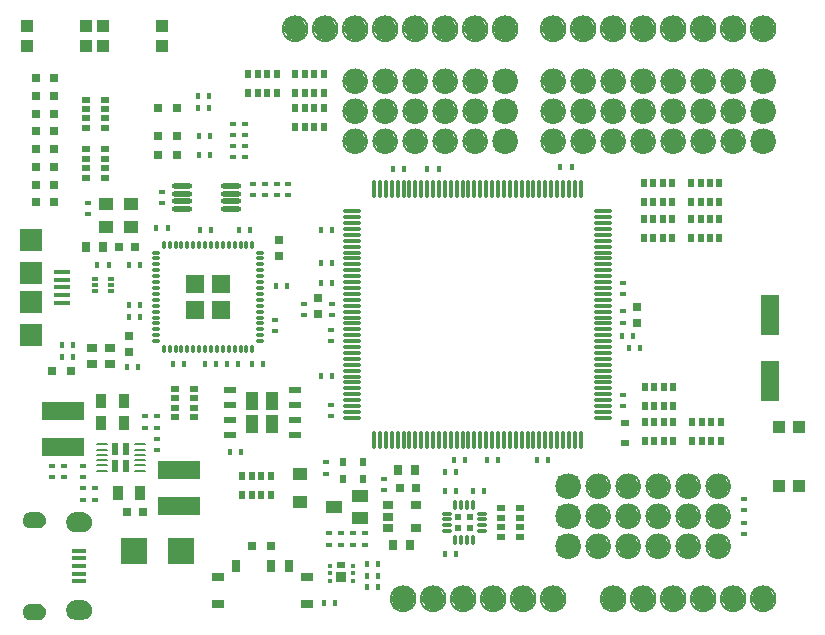
<source format=gtp>
G04*
G04 #@! TF.GenerationSoftware,Altium Limited,Altium Designer,18.0.12 (696)*
G04*
G04 Layer_Color=8421504*
%FSLAX44Y44*%
%MOMM*%
G71*
G01*
G75*
%ADD13C,0.2000*%
%ADD20C,1.0000*%
%ADD21C,1.1000*%
%ADD22R,0.5000X1.0000*%
%ADD23R,0.5000X1.0000*%
%ADD24R,1.7000X1.7000*%
%ADD25R,0.6000X0.6000*%
%ADD26R,1.5000X1.5000*%
%ADD27R,1.1000X1.5000*%
%ADD28R,2.2000X2.2000*%
%ADD29R,0.4500X0.5000*%
%ADD30O,0.3000X1.6500*%
%ADD31O,1.6500X0.3000*%
G04:AMPARAMS|DCode=32|XSize=0.25mm|YSize=1mm|CornerRadius=0.0625mm|HoleSize=0mm|Usage=FLASHONLY|Rotation=90.000|XOffset=0mm|YOffset=0mm|HoleType=Round|Shape=RoundedRectangle|*
%AMROUNDEDRECTD32*
21,1,0.2500,0.8750,0,0,90.0*
21,1,0.1250,1.0000,0,0,90.0*
1,1,0.1250,0.4375,0.0625*
1,1,0.1250,0.4375,-0.0625*
1,1,0.1250,-0.4375,-0.0625*
1,1,0.1250,-0.4375,0.0625*
%
%ADD32ROUNDEDRECTD32*%
%ADD33R,1.0000X1.0000*%
%ADD34R,0.7000X1.1000*%
%ADD35R,1.0000X0.8000*%
%ADD36R,0.8000X0.5000*%
%ADD37R,1.3000X0.4500*%
%ADD38O,0.8000X0.2800*%
%ADD39R,0.8000X0.9000*%
%ADD40R,0.5000X0.4500*%
%ADD41R,3.6000X1.5000*%
%ADD42R,1.6000X3.5000*%
%ADD43R,0.9000X1.2500*%
G04:AMPARAMS|DCode=44|XSize=0.28mm|YSize=0.85mm|CornerRadius=0.098mm|HoleSize=0mm|Usage=FLASHONLY|Rotation=0.000|XOffset=0mm|YOffset=0mm|HoleType=Round|Shape=RoundedRectangle|*
%AMROUNDEDRECTD44*
21,1,0.2800,0.6540,0,0,0.0*
21,1,0.0840,0.8500,0,0,0.0*
1,1,0.1960,0.0420,-0.3270*
1,1,0.1960,-0.0420,-0.3270*
1,1,0.1960,-0.0420,0.3270*
1,1,0.1960,0.0420,0.3270*
%
%ADD44ROUNDEDRECTD44*%
G04:AMPARAMS|DCode=45|XSize=0.28mm|YSize=0.85mm|CornerRadius=0.098mm|HoleSize=0mm|Usage=FLASHONLY|Rotation=90.000|XOffset=0mm|YOffset=0mm|HoleType=Round|Shape=RoundedRectangle|*
%AMROUNDEDRECTD45*
21,1,0.2800,0.6540,0,0,90.0*
21,1,0.0840,0.8500,0,0,90.0*
1,1,0.1960,0.3270,0.0420*
1,1,0.1960,0.3270,-0.0420*
1,1,0.1960,-0.3270,-0.0420*
1,1,0.1960,-0.3270,0.0420*
%
%ADD45ROUNDEDRECTD45*%
%ADD46R,0.5000X0.8000*%
%ADD47R,1.0000X1.0000*%
%ADD48R,0.9500X0.9500*%
%ADD49R,0.8000X0.4800*%
%ADD50R,0.4250X0.4000*%
%ADD51R,0.6000X0.7000*%
%ADD52R,0.8000X0.8000*%
%ADD53R,0.8000X0.6500*%
%ADD54R,0.6500X0.8000*%
%ADD55R,0.7000X0.6000*%
%ADD56R,0.9000X0.6500*%
%ADD57R,1.3500X0.4000*%
%ADD58R,1.9000X1.9000*%
%ADD59R,0.9000X0.8000*%
%ADD60R,0.5000X0.3000*%
%ADD61R,1.2000X1.0000*%
%ADD62O,0.2800X0.8000*%
%ADD63O,1.8000X0.4500*%
%ADD64R,1.4000X1.0000*%
G04:AMPARAMS|DCode=65|XSize=0.45mm|YSize=1.05mm|CornerRadius=0.0675mm|HoleSize=0mm|Usage=FLASHONLY|Rotation=90.000|XOffset=0mm|YOffset=0mm|HoleType=Round|Shape=RoundedRectangle|*
%AMROUNDEDRECTD65*
21,1,0.4500,0.9150,0,0,90.0*
21,1,0.3150,1.0500,0,0,90.0*
1,1,0.1350,0.4575,0.1575*
1,1,0.1350,0.4575,-0.1575*
1,1,0.1350,-0.4575,-0.1575*
1,1,0.1350,-0.4575,0.1575*
%
%ADD65ROUNDEDRECTD65*%
G36*
X21250Y21000D02*
X21915D01*
X23219Y20741D01*
X24447Y20232D01*
X25553Y19493D01*
X26493Y18553D01*
X27232Y17447D01*
X27741Y16219D01*
X28000Y14915D01*
Y14250D01*
Y13585D01*
X27741Y12281D01*
X27232Y11053D01*
X26493Y9947D01*
X25553Y9007D01*
X24447Y8268D01*
X23219Y7759D01*
X21915Y7500D01*
X21250D01*
D01*
X14750D01*
X14085D01*
X12781Y7759D01*
X11553Y8268D01*
X10447Y9007D01*
X9507Y9947D01*
X8768Y11053D01*
X8259Y12281D01*
X8000Y13585D01*
Y14250D01*
Y14915D01*
X8259Y16219D01*
X8768Y17447D01*
X9507Y18553D01*
X10447Y19493D01*
X11553Y20232D01*
X12781Y20741D01*
X14085Y21000D01*
X14750D01*
D01*
X21250D01*
D02*
G37*
G36*
X58750Y24000D02*
X59563D01*
X61156Y23683D01*
X62658Y23061D01*
X64009Y22158D01*
X65158Y21009D01*
X66061Y19658D01*
X66683Y18156D01*
X67000Y16563D01*
Y15750D01*
Y14937D01*
X66683Y13344D01*
X66061Y11842D01*
X65158Y10491D01*
X64009Y9342D01*
X62658Y8439D01*
X61156Y7817D01*
X59563Y7500D01*
X58750D01*
D01*
X53250D01*
X52437D01*
X50844Y7817D01*
X49342Y8439D01*
X47991Y9342D01*
X46842Y10491D01*
X45939Y11842D01*
X45317Y13344D01*
X45000Y14937D01*
Y15750D01*
D01*
Y16000D01*
Y16788D01*
X45307Y18333D01*
X45911Y19789D01*
X46786Y21100D01*
X47900Y22214D01*
X49211Y23089D01*
X50666Y23693D01*
X52212Y24000D01*
X53000D01*
D01*
X58750D01*
D02*
G37*
G36*
X23219Y98241D02*
X24447Y97732D01*
X25553Y96993D01*
X26493Y96053D01*
X27232Y94947D01*
X27741Y93719D01*
X28000Y92415D01*
Y91750D01*
Y91085D01*
X27741Y89781D01*
X27232Y88553D01*
X26493Y87447D01*
X25553Y86507D01*
X24447Y85768D01*
X23219Y85259D01*
X21915Y85000D01*
X14085D01*
X12781Y85259D01*
X11553Y85768D01*
X10447Y86507D01*
X9507Y87447D01*
X8768Y88553D01*
X8259Y89781D01*
X8000Y91085D01*
Y91750D01*
Y92415D01*
X8259Y93719D01*
X8768Y94947D01*
X9507Y96053D01*
X10447Y96993D01*
X11553Y97732D01*
X12781Y98241D01*
X14085Y98500D01*
X21915D01*
X23219Y98241D01*
D02*
G37*
G36*
X61156Y98183D02*
X62658Y97561D01*
X64009Y96658D01*
X65158Y95509D01*
X66061Y94158D01*
X66683Y92656D01*
X67000Y91062D01*
Y90250D01*
Y89437D01*
X66683Y87844D01*
X66061Y86342D01*
X65158Y84991D01*
X64009Y83842D01*
X62658Y82939D01*
X61156Y82317D01*
X59563Y82000D01*
X58750D01*
X53250Y82000D01*
X52437Y82000D01*
X50844Y82317D01*
X49342Y82939D01*
X47991Y83842D01*
X46842Y84991D01*
X45939Y86342D01*
X45317Y87844D01*
X45000Y89438D01*
X45000Y90250D01*
X45000Y90500D01*
X45000Y91288D01*
X45308Y92833D01*
X45911Y94289D01*
X46786Y95599D01*
X47900Y96714D01*
X49211Y97589D01*
X50666Y98193D01*
X52212Y98500D01*
X53000D01*
X53000Y98500D01*
X59563D01*
X61156Y98183D01*
D02*
G37*
D13*
X479900Y69850D02*
G03*
X479900Y69850I-10000J0D01*
G01*
X505300D02*
G03*
X505300Y69850I-10000J0D01*
G01*
X530700D02*
G03*
X530700Y69850I-10000J0D01*
G01*
X606900D02*
G03*
X606900Y69850I-10000J0D01*
G01*
X581500D02*
G03*
X581500Y69850I-10000J0D01*
G01*
X556100D02*
G03*
X556100Y69850I-10000J0D01*
G01*
X479900Y95250D02*
G03*
X479900Y95250I-10000J0D01*
G01*
X505300D02*
G03*
X505300Y95250I-10000J0D01*
G01*
X530700D02*
G03*
X530700Y95250I-10000J0D01*
G01*
X606900D02*
G03*
X606900Y95250I-10000J0D01*
G01*
X581500D02*
G03*
X581500Y95250I-10000J0D01*
G01*
X556100D02*
G03*
X556100Y95250I-10000J0D01*
G01*
X568800Y463550D02*
G03*
X568800Y463550I-10000J0D01*
G01*
X543400D02*
G03*
X543400Y463550I-10000J0D01*
G01*
X518000D02*
G03*
X518000Y463550I-10000J0D01*
G01*
X492600D02*
G03*
X492600Y463550I-10000J0D01*
G01*
X467200D02*
G03*
X467200Y463550I-10000J0D01*
G01*
X594200D02*
G03*
X594200Y463550I-10000J0D01*
G01*
X619600D02*
G03*
X619600Y463550I-10000J0D01*
G01*
X645000D02*
G03*
X645000Y463550I-10000J0D01*
G01*
Y438150D02*
G03*
X645000Y438150I-10000J0D01*
G01*
X619600D02*
G03*
X619600Y438150I-10000J0D01*
G01*
X594200D02*
G03*
X594200Y438150I-10000J0D01*
G01*
X467200D02*
G03*
X467200Y438150I-10000J0D01*
G01*
X492600D02*
G03*
X492600Y438150I-10000J0D01*
G01*
X518000D02*
G03*
X518000Y438150I-10000J0D01*
G01*
X543400D02*
G03*
X543400Y438150I-10000J0D01*
G01*
X568800D02*
G03*
X568800Y438150I-10000J0D01*
G01*
X556100Y120650D02*
G03*
X556100Y120650I-10000J0D01*
G01*
X581500D02*
G03*
X581500Y120650I-10000J0D01*
G01*
X606900D02*
G03*
X606900Y120650I-10000J0D01*
G01*
X530700D02*
G03*
X530700Y120650I-10000J0D01*
G01*
X505300D02*
G03*
X505300Y120650I-10000J0D01*
G01*
X479900D02*
G03*
X479900Y120650I-10000J0D01*
G01*
X645000Y412750D02*
G03*
X645000Y412750I-10000J0D01*
G01*
X619600D02*
G03*
X619600Y412750I-10000J0D01*
G01*
X594200D02*
G03*
X594200Y412750I-10000J0D01*
G01*
X467200D02*
G03*
X467200Y412750I-10000J0D01*
G01*
X492600D02*
G03*
X492600Y412750I-10000J0D01*
G01*
X518000D02*
G03*
X518000Y412750I-10000J0D01*
G01*
X543400D02*
G03*
X543400Y412750I-10000J0D01*
G01*
X568800D02*
G03*
X568800Y412750I-10000J0D01*
G01*
X350360D02*
G03*
X350360Y412750I-10000J0D01*
G01*
X324960D02*
G03*
X324960Y412750I-10000J0D01*
G01*
X299560D02*
G03*
X299560Y412750I-10000J0D01*
G01*
X375760D02*
G03*
X375760Y412750I-10000J0D01*
G01*
X401160D02*
G03*
X401160Y412750I-10000J0D01*
G01*
X426560D02*
G03*
X426560Y412750I-10000J0D01*
G01*
Y463550D02*
G03*
X426560Y463550I-10000J0D01*
G01*
X401160D02*
G03*
X401160Y463550I-10000J0D01*
G01*
X375760D02*
G03*
X375760Y463550I-10000J0D01*
G01*
X299560D02*
G03*
X299560Y463550I-10000J0D01*
G01*
X324960D02*
G03*
X324960Y463550I-10000J0D01*
G01*
X350360D02*
G03*
X350360Y463550I-10000J0D01*
G01*
X426560Y438150D02*
G03*
X426560Y438150I-10000J0D01*
G01*
X401160D02*
G03*
X401160Y438150I-10000J0D01*
G01*
X375760D02*
G03*
X375760Y438150I-10000J0D01*
G01*
X299560D02*
G03*
X299560Y438150I-10000J0D01*
G01*
X324960D02*
G03*
X324960Y438150I-10000J0D01*
G01*
X350360D02*
G03*
X350360Y438150I-10000J0D01*
G01*
X493100Y508000D02*
G03*
X493100Y508000I-10500J0D01*
G01*
X518500D02*
G03*
X518500Y508000I-10500J0D01*
G01*
X543900D02*
G03*
X543900Y508000I-10500J0D01*
G01*
X569300D02*
G03*
X569300Y508000I-10500J0D01*
G01*
X594700D02*
G03*
X594700Y508000I-10500J0D01*
G01*
X620100D02*
G03*
X620100Y508000I-10500J0D01*
G01*
X645500D02*
G03*
X645500Y508000I-10500J0D01*
G01*
X467700D02*
G03*
X467700Y508000I-10500J0D01*
G01*
X274660D02*
G03*
X274660Y508000I-10500J0D01*
G01*
X300060D02*
G03*
X300060Y508000I-10500J0D01*
G01*
X325460D02*
G03*
X325460Y508000I-10500J0D01*
G01*
X350860D02*
G03*
X350860Y508000I-10500J0D01*
G01*
X376260D02*
G03*
X376260Y508000I-10500J0D01*
G01*
X401660D02*
G03*
X401660Y508000I-10500J0D01*
G01*
X427060D02*
G03*
X427060Y508000I-10500J0D01*
G01*
X249260D02*
G03*
X249260Y508000I-10500J0D01*
G01*
X518500Y25400D02*
G03*
X518500Y25400I-10500J0D01*
G01*
X543900D02*
G03*
X543900Y25400I-10500J0D01*
G01*
X569300D02*
G03*
X569300Y25400I-10500J0D01*
G01*
X594700D02*
G03*
X594700Y25400I-10500J0D01*
G01*
X620100D02*
G03*
X620100Y25400I-10500J0D01*
G01*
X645500D02*
G03*
X645500Y25400I-10500J0D01*
G01*
X340700D02*
G03*
X340700Y25400I-10500J0D01*
G01*
X366100D02*
G03*
X366100Y25400I-10500J0D01*
G01*
X391500D02*
G03*
X391500Y25400I-10500J0D01*
G01*
X416900D02*
G03*
X416900Y25400I-10500J0D01*
G01*
X442300D02*
G03*
X442300Y25400I-10500J0D01*
G01*
X467700D02*
G03*
X467700Y25400I-10500J0D01*
G01*
D20*
X474400Y69850D02*
G03*
X474400Y69850I-4500J0D01*
G01*
X499800D02*
G03*
X499800Y69850I-4500J0D01*
G01*
X525200D02*
G03*
X525200Y69850I-4500J0D01*
G01*
X601400D02*
G03*
X601400Y69850I-4500J0D01*
G01*
X576000D02*
G03*
X576000Y69850I-4500J0D01*
G01*
X550600D02*
G03*
X550600Y69850I-4500J0D01*
G01*
X474400Y95250D02*
G03*
X474400Y95250I-4500J0D01*
G01*
X499800D02*
G03*
X499800Y95250I-4500J0D01*
G01*
X525200D02*
G03*
X525200Y95250I-4500J0D01*
G01*
X601400D02*
G03*
X601400Y95250I-4500J0D01*
G01*
X576000D02*
G03*
X576000Y95250I-4500J0D01*
G01*
X550600D02*
G03*
X550600Y95250I-4500J0D01*
G01*
X563300Y463550D02*
G03*
X563300Y463550I-4500J0D01*
G01*
X537900D02*
G03*
X537900Y463550I-4500J0D01*
G01*
X512500D02*
G03*
X512500Y463550I-4500J0D01*
G01*
X487100D02*
G03*
X487100Y463550I-4500J0D01*
G01*
X461700D02*
G03*
X461700Y463550I-4500J0D01*
G01*
X588700D02*
G03*
X588700Y463550I-4500J0D01*
G01*
X614100D02*
G03*
X614100Y463550I-4500J0D01*
G01*
X639500D02*
G03*
X639500Y463550I-4500J0D01*
G01*
Y438150D02*
G03*
X639500Y438150I-4500J0D01*
G01*
X614100D02*
G03*
X614100Y438150I-4500J0D01*
G01*
X588700D02*
G03*
X588700Y438150I-4500J0D01*
G01*
X461700D02*
G03*
X461700Y438150I-4500J0D01*
G01*
X487100D02*
G03*
X487100Y438150I-4500J0D01*
G01*
X512500D02*
G03*
X512500Y438150I-4500J0D01*
G01*
X537900D02*
G03*
X537900Y438150I-4500J0D01*
G01*
X563300D02*
G03*
X563300Y438150I-4500J0D01*
G01*
X550600Y120650D02*
G03*
X550600Y120650I-4500J0D01*
G01*
X576000D02*
G03*
X576000Y120650I-4500J0D01*
G01*
X601400D02*
G03*
X601400Y120650I-4500J0D01*
G01*
X525200D02*
G03*
X525200Y120650I-4500J0D01*
G01*
X499800D02*
G03*
X499800Y120650I-4500J0D01*
G01*
X474400D02*
G03*
X474400Y120650I-4500J0D01*
G01*
X639500Y412750D02*
G03*
X639500Y412750I-4500J0D01*
G01*
X614100D02*
G03*
X614100Y412750I-4500J0D01*
G01*
X588700D02*
G03*
X588700Y412750I-4500J0D01*
G01*
X461700D02*
G03*
X461700Y412750I-4500J0D01*
G01*
X487100D02*
G03*
X487100Y412750I-4500J0D01*
G01*
X512500D02*
G03*
X512500Y412750I-4500J0D01*
G01*
X537900D02*
G03*
X537900Y412750I-4500J0D01*
G01*
X563300D02*
G03*
X563300Y412750I-4500J0D01*
G01*
X344860D02*
G03*
X344860Y412750I-4500J0D01*
G01*
X319460D02*
G03*
X319460Y412750I-4500J0D01*
G01*
X294060D02*
G03*
X294060Y412750I-4500J0D01*
G01*
X370260D02*
G03*
X370260Y412750I-4500J0D01*
G01*
X395660D02*
G03*
X395660Y412750I-4500J0D01*
G01*
X421060D02*
G03*
X421060Y412750I-4500J0D01*
G01*
Y463550D02*
G03*
X421060Y463550I-4500J0D01*
G01*
X395660D02*
G03*
X395660Y463550I-4500J0D01*
G01*
X370260D02*
G03*
X370260Y463550I-4500J0D01*
G01*
X294060D02*
G03*
X294060Y463550I-4500J0D01*
G01*
X319460D02*
G03*
X319460Y463550I-4500J0D01*
G01*
X344860D02*
G03*
X344860Y463550I-4500J0D01*
G01*
X421060Y438150D02*
G03*
X421060Y438150I-4500J0D01*
G01*
X395660D02*
G03*
X395660Y438150I-4500J0D01*
G01*
X370260D02*
G03*
X370260Y438150I-4500J0D01*
G01*
X294060D02*
G03*
X294060Y438150I-4500J0D01*
G01*
X319460D02*
G03*
X319460Y438150I-4500J0D01*
G01*
X344860D02*
G03*
X344860Y438150I-4500J0D01*
G01*
D21*
X487100Y508000D02*
G03*
X487100Y508000I-4500J0D01*
G01*
X512500D02*
G03*
X512500Y508000I-4500J0D01*
G01*
X537900D02*
G03*
X537900Y508000I-4500J0D01*
G01*
X563300D02*
G03*
X563300Y508000I-4500J0D01*
G01*
X588700D02*
G03*
X588700Y508000I-4500J0D01*
G01*
X614100D02*
G03*
X614100Y508000I-4500J0D01*
G01*
X639500D02*
G03*
X639500Y508000I-4500J0D01*
G01*
X461700D02*
G03*
X461700Y508000I-4500J0D01*
G01*
X268660D02*
G03*
X268660Y508000I-4500J0D01*
G01*
X294060D02*
G03*
X294060Y508000I-4500J0D01*
G01*
X319460D02*
G03*
X319460Y508000I-4500J0D01*
G01*
X344860D02*
G03*
X344860Y508000I-4500J0D01*
G01*
X370260D02*
G03*
X370260Y508000I-4500J0D01*
G01*
X395660D02*
G03*
X395660Y508000I-4500J0D01*
G01*
X421060D02*
G03*
X421060Y508000I-4500J0D01*
G01*
X243260D02*
G03*
X243260Y508000I-4500J0D01*
G01*
X512500Y25400D02*
G03*
X512500Y25400I-4500J0D01*
G01*
X537900D02*
G03*
X537900Y25400I-4500J0D01*
G01*
X563300D02*
G03*
X563300Y25400I-4500J0D01*
G01*
X588700D02*
G03*
X588700Y25400I-4500J0D01*
G01*
X614100D02*
G03*
X614100Y25400I-4500J0D01*
G01*
X639500D02*
G03*
X639500Y25400I-4500J0D01*
G01*
X334700D02*
G03*
X334700Y25400I-4500J0D01*
G01*
X360100D02*
G03*
X360100Y25400I-4500J0D01*
G01*
X385500D02*
G03*
X385500Y25400I-4500J0D01*
G01*
X410900D02*
G03*
X410900Y25400I-4500J0D01*
G01*
X436300D02*
G03*
X436300Y25400I-4500J0D01*
G01*
X461700D02*
G03*
X461700Y25400I-4500J0D01*
G01*
D22*
X86500Y152000D02*
D03*
X95500Y138000D02*
D03*
X86500D02*
D03*
D23*
X95500Y152000D02*
D03*
D24*
X469900Y69850D02*
D03*
Y95250D02*
D03*
X635000Y463550D02*
D03*
Y438150D02*
D03*
X469900Y120650D02*
D03*
X635000Y412750D02*
D03*
X416560D02*
D03*
Y463550D02*
D03*
Y438150D02*
D03*
X635000Y508000D02*
D03*
X416560D02*
D03*
X508000Y25400D02*
D03*
X330200D02*
D03*
D25*
X387000Y85000D02*
D03*
X377000D02*
D03*
X387000Y95000D02*
D03*
X377000D02*
D03*
D26*
X154000Y292000D02*
D03*
X176000D02*
D03*
Y270000D02*
D03*
X154000D02*
D03*
D27*
X202500Y173500D02*
D03*
Y192500D02*
D03*
X219500D02*
D03*
Y173500D02*
D03*
D28*
X102000Y66000D02*
D03*
X142000D02*
D03*
D29*
X299250Y35000D02*
D03*
X308750D02*
D03*
X165750Y451000D02*
D03*
X156250D02*
D03*
X263250Y22000D02*
D03*
X272750D02*
D03*
X530750Y238000D02*
D03*
X521250D02*
D03*
X50750Y240000D02*
D03*
X41250D02*
D03*
X157250Y417000D02*
D03*
X166750D02*
D03*
X157250Y401000D02*
D03*
X166750D02*
D03*
X165750Y441000D02*
D03*
X156250D02*
D03*
X308750Y55000D02*
D03*
X299250D02*
D03*
X50750Y230000D02*
D03*
X41250D02*
D03*
X374750Y63000D02*
D03*
X365250D02*
D03*
X374750Y133000D02*
D03*
X365250D02*
D03*
X269750Y293000D02*
D03*
X260250D02*
D03*
X71250Y308000D02*
D03*
X80750D02*
D03*
X96250Y222000D02*
D03*
X105750D02*
D03*
X181250Y224000D02*
D03*
X190750D02*
D03*
X171750D02*
D03*
X162250D02*
D03*
X269750Y214000D02*
D03*
X260250D02*
D03*
X389250Y117000D02*
D03*
X398750D02*
D03*
X365250Y117000D02*
D03*
X374750D02*
D03*
X191250Y338000D02*
D03*
X200750D02*
D03*
X135250Y224000D02*
D03*
X144750D02*
D03*
X211750D02*
D03*
X202250D02*
D03*
X231750Y290000D02*
D03*
X222250D02*
D03*
X158250Y338000D02*
D03*
X167750D02*
D03*
X98250Y308000D02*
D03*
X107750D02*
D03*
X121250Y339000D02*
D03*
X130750D02*
D03*
X98250Y264000D02*
D03*
X107750D02*
D03*
Y274000D02*
D03*
X98250D02*
D03*
X410750Y143000D02*
D03*
X401250D02*
D03*
X260250Y338000D02*
D03*
X269750D02*
D03*
X360250Y389500D02*
D03*
X350750D02*
D03*
X183250Y150000D02*
D03*
X192750D02*
D03*
X321250Y389500D02*
D03*
X330750D02*
D03*
X472750Y391000D02*
D03*
X463250D02*
D03*
X260250Y310000D02*
D03*
X269750D02*
D03*
X452750Y143000D02*
D03*
X443250D02*
D03*
X373250D02*
D03*
X382750D02*
D03*
X524750Y248000D02*
D03*
X515250D02*
D03*
X308750Y45000D02*
D03*
X299250D02*
D03*
D30*
X480500Y372000D02*
D03*
X475500D02*
D03*
X470500D02*
D03*
X465500D02*
D03*
X460500D02*
D03*
X455500D02*
D03*
X450500D02*
D03*
X445500D02*
D03*
X440500D02*
D03*
X435500D02*
D03*
X430500D02*
D03*
X425500D02*
D03*
X420500D02*
D03*
X415500D02*
D03*
X410500D02*
D03*
X405500D02*
D03*
X400500D02*
D03*
X395500D02*
D03*
X390500D02*
D03*
X385500D02*
D03*
X380500D02*
D03*
X375500D02*
D03*
X370500D02*
D03*
X365500D02*
D03*
X360500D02*
D03*
X355500D02*
D03*
X350500D02*
D03*
X345500D02*
D03*
X340500D02*
D03*
X335500D02*
D03*
X330500D02*
D03*
X325500D02*
D03*
X320500D02*
D03*
X315500D02*
D03*
X310500D02*
D03*
X305500D02*
D03*
Y160000D02*
D03*
X310500D02*
D03*
X315500D02*
D03*
X320500D02*
D03*
X325500D02*
D03*
X330500D02*
D03*
X335500D02*
D03*
X340500D02*
D03*
X345500D02*
D03*
X350500D02*
D03*
X355500D02*
D03*
X360500D02*
D03*
X365500D02*
D03*
X370500D02*
D03*
X375500D02*
D03*
X380500D02*
D03*
X385500D02*
D03*
X390500D02*
D03*
X395500D02*
D03*
X400500D02*
D03*
X405500D02*
D03*
X410500D02*
D03*
X415500D02*
D03*
X420500D02*
D03*
X425500D02*
D03*
X430500D02*
D03*
X435500D02*
D03*
X440500D02*
D03*
X445500D02*
D03*
X450500D02*
D03*
X455500D02*
D03*
X460500D02*
D03*
X465500D02*
D03*
X470500D02*
D03*
X475500D02*
D03*
X480500D02*
D03*
D31*
X287000Y353500D02*
D03*
Y348500D02*
D03*
Y343500D02*
D03*
Y338500D02*
D03*
Y333500D02*
D03*
Y328500D02*
D03*
Y323500D02*
D03*
Y318500D02*
D03*
Y313500D02*
D03*
Y308500D02*
D03*
Y303500D02*
D03*
Y298500D02*
D03*
Y293500D02*
D03*
Y288500D02*
D03*
Y283500D02*
D03*
Y278500D02*
D03*
Y273500D02*
D03*
Y268500D02*
D03*
Y263500D02*
D03*
Y258500D02*
D03*
Y253500D02*
D03*
Y248500D02*
D03*
Y243500D02*
D03*
Y238500D02*
D03*
Y233500D02*
D03*
Y228500D02*
D03*
Y223500D02*
D03*
Y218500D02*
D03*
Y213500D02*
D03*
Y208500D02*
D03*
Y203500D02*
D03*
Y198500D02*
D03*
Y193500D02*
D03*
Y188500D02*
D03*
Y183500D02*
D03*
Y178500D02*
D03*
X499000D02*
D03*
Y183500D02*
D03*
Y188500D02*
D03*
Y193500D02*
D03*
Y198500D02*
D03*
Y203500D02*
D03*
Y208500D02*
D03*
Y213500D02*
D03*
Y218500D02*
D03*
Y223500D02*
D03*
Y228500D02*
D03*
Y233500D02*
D03*
Y238500D02*
D03*
Y243500D02*
D03*
Y248500D02*
D03*
Y253500D02*
D03*
Y258500D02*
D03*
Y263500D02*
D03*
Y268500D02*
D03*
Y273500D02*
D03*
Y278500D02*
D03*
Y283500D02*
D03*
Y288500D02*
D03*
Y293500D02*
D03*
Y298500D02*
D03*
Y303500D02*
D03*
Y308500D02*
D03*
Y313500D02*
D03*
Y318500D02*
D03*
Y323500D02*
D03*
Y328500D02*
D03*
Y333500D02*
D03*
Y338500D02*
D03*
Y343500D02*
D03*
Y348500D02*
D03*
Y353500D02*
D03*
D32*
X107000Y133750D02*
D03*
Y138250D02*
D03*
Y142750D02*
D03*
Y147250D02*
D03*
Y151750D02*
D03*
Y156250D02*
D03*
X75000D02*
D03*
Y151750D02*
D03*
Y147250D02*
D03*
Y142750D02*
D03*
Y138250D02*
D03*
Y133750D02*
D03*
D33*
X665500Y171000D02*
D03*
Y121000D02*
D03*
X648500D02*
D03*
Y171000D02*
D03*
D34*
X233500Y53000D02*
D03*
X218500D02*
D03*
X188500D02*
D03*
D35*
X248500Y44000D02*
D03*
Y21000D02*
D03*
X173500Y44000D02*
D03*
Y21000D02*
D03*
D36*
X429000Y94000D02*
D03*
Y102000D02*
D03*
Y86000D02*
D03*
Y78000D02*
D03*
X413000Y102000D02*
D03*
Y86000D02*
D03*
Y94000D02*
D03*
Y78000D02*
D03*
X153000Y203000D02*
D03*
X137000D02*
D03*
Y195000D02*
D03*
Y187000D02*
D03*
Y179000D02*
D03*
X153000Y195000D02*
D03*
Y187000D02*
D03*
Y179000D02*
D03*
X62000Y382000D02*
D03*
X78000D02*
D03*
Y390000D02*
D03*
Y398000D02*
D03*
Y406000D02*
D03*
X62000Y390000D02*
D03*
Y398000D02*
D03*
Y406000D02*
D03*
Y424000D02*
D03*
X78000D02*
D03*
Y432000D02*
D03*
Y440000D02*
D03*
Y448000D02*
D03*
X62000Y432000D02*
D03*
Y440000D02*
D03*
Y448000D02*
D03*
D37*
X56000Y46500D02*
D03*
Y53000D02*
D03*
Y59500D02*
D03*
Y40000D02*
D03*
Y66000D02*
D03*
D38*
X209000Y303500D02*
D03*
Y243500D02*
D03*
Y248500D02*
D03*
Y253500D02*
D03*
Y258500D02*
D03*
Y263500D02*
D03*
Y268500D02*
D03*
Y273500D02*
D03*
Y278500D02*
D03*
Y283500D02*
D03*
Y288500D02*
D03*
Y293500D02*
D03*
Y298500D02*
D03*
Y308500D02*
D03*
Y313500D02*
D03*
Y318500D02*
D03*
X121000Y243500D02*
D03*
Y248500D02*
D03*
Y308500D02*
D03*
Y303500D02*
D03*
Y298500D02*
D03*
Y293500D02*
D03*
Y288500D02*
D03*
Y283500D02*
D03*
Y278500D02*
D03*
Y273500D02*
D03*
Y268500D02*
D03*
Y263500D02*
D03*
Y258500D02*
D03*
Y253500D02*
D03*
Y313500D02*
D03*
Y318500D02*
D03*
D39*
X336000Y71000D02*
D03*
X322000D02*
D03*
X340000Y134000D02*
D03*
X326000D02*
D03*
X62000Y323000D02*
D03*
X76000D02*
D03*
D40*
X314000Y126750D02*
D03*
Y117250D02*
D03*
X267000Y80750D02*
D03*
Y71250D02*
D03*
X278000D02*
D03*
Y80750D02*
D03*
X298000Y71250D02*
D03*
Y80750D02*
D03*
X516000Y259250D02*
D03*
Y268750D02*
D03*
X122000Y151250D02*
D03*
Y160750D02*
D03*
X112000Y179750D02*
D03*
Y170250D02*
D03*
X122000D02*
D03*
Y179750D02*
D03*
X59000Y109250D02*
D03*
Y118750D02*
D03*
X69000D02*
D03*
Y109250D02*
D03*
X59000Y137750D02*
D03*
Y128250D02*
D03*
X63000Y360750D02*
D03*
Y351250D02*
D03*
X33000Y128250D02*
D03*
Y137750D02*
D03*
X43000Y128250D02*
D03*
Y137750D02*
D03*
X288000Y80750D02*
D03*
Y71250D02*
D03*
X186000Y427750D02*
D03*
Y418250D02*
D03*
Y399250D02*
D03*
Y408750D02*
D03*
X265000Y131250D02*
D03*
Y140750D02*
D03*
X619000Y89750D02*
D03*
Y80250D02*
D03*
Y100250D02*
D03*
Y109750D02*
D03*
X203000Y376750D02*
D03*
Y367250D02*
D03*
X233000Y367250D02*
D03*
Y376750D02*
D03*
X213000D02*
D03*
Y367250D02*
D03*
X223000Y376750D02*
D03*
Y367250D02*
D03*
X246000Y274750D02*
D03*
Y265250D02*
D03*
X196000Y418250D02*
D03*
Y427750D02*
D03*
Y408750D02*
D03*
Y399250D02*
D03*
X126000Y369750D02*
D03*
Y360250D02*
D03*
X222000Y252250D02*
D03*
Y261750D02*
D03*
X516000Y197750D02*
D03*
Y188250D02*
D03*
X270000Y274750D02*
D03*
Y265250D02*
D03*
X269000Y189750D02*
D03*
Y180250D02*
D03*
Y243250D02*
D03*
Y252750D02*
D03*
X516000Y292750D02*
D03*
Y283250D02*
D03*
D41*
X42000Y184250D02*
D03*
Y153750D02*
D03*
X140000Y134250D02*
D03*
Y103750D02*
D03*
D42*
X641000Y210000D02*
D03*
Y266000D02*
D03*
D43*
X93500Y193000D02*
D03*
X74500D02*
D03*
X93500Y174000D02*
D03*
X74500D02*
D03*
X88500Y115000D02*
D03*
X107500D02*
D03*
D44*
X374500Y104750D02*
D03*
X379500D02*
D03*
X384500D02*
D03*
X389500D02*
D03*
X374500Y75250D02*
D03*
X379500D02*
D03*
X384500D02*
D03*
X389500D02*
D03*
D45*
X367250Y97500D02*
D03*
Y92500D02*
D03*
Y87500D02*
D03*
Y82500D02*
D03*
X396750Y82500D02*
D03*
Y87500D02*
D03*
Y92500D02*
D03*
Y97500D02*
D03*
D46*
X194000Y129000D02*
D03*
Y113000D02*
D03*
X202000D02*
D03*
X210000D02*
D03*
X218000D02*
D03*
X202000Y129000D02*
D03*
X210000D02*
D03*
X218000D02*
D03*
X534000Y377000D02*
D03*
Y361000D02*
D03*
X542000D02*
D03*
X550000D02*
D03*
X558000D02*
D03*
X542000Y377000D02*
D03*
X550000D02*
D03*
X558000D02*
D03*
X535000Y175000D02*
D03*
Y159000D02*
D03*
X543000D02*
D03*
X551000D02*
D03*
X559000D02*
D03*
X543000Y175000D02*
D03*
X551000D02*
D03*
X559000D02*
D03*
X535000Y205000D02*
D03*
Y189000D02*
D03*
X543000D02*
D03*
X551000D02*
D03*
X559000D02*
D03*
X543000Y205000D02*
D03*
X551000D02*
D03*
X559000D02*
D03*
X534000Y347000D02*
D03*
Y331000D02*
D03*
X542000D02*
D03*
X550000D02*
D03*
X558000D02*
D03*
X542000Y347000D02*
D03*
X550000D02*
D03*
X558000D02*
D03*
X574000D02*
D03*
Y331000D02*
D03*
X582000D02*
D03*
X590000D02*
D03*
X598000D02*
D03*
X582000Y347000D02*
D03*
X590000D02*
D03*
X598000D02*
D03*
X239000Y441000D02*
D03*
Y425000D02*
D03*
X247000D02*
D03*
X255000D02*
D03*
X263000D02*
D03*
X247000Y441000D02*
D03*
X255000D02*
D03*
X263000D02*
D03*
X239000Y470000D02*
D03*
Y454000D02*
D03*
X247000D02*
D03*
X255000D02*
D03*
X263000D02*
D03*
X247000Y470000D02*
D03*
X255000D02*
D03*
X263000D02*
D03*
X199000D02*
D03*
Y454000D02*
D03*
X207000D02*
D03*
X215000D02*
D03*
X223000D02*
D03*
X207000Y470000D02*
D03*
X215000D02*
D03*
X223000D02*
D03*
X574000Y377000D02*
D03*
Y361000D02*
D03*
X582000D02*
D03*
X590000D02*
D03*
X598000D02*
D03*
X582000Y377000D02*
D03*
X590000D02*
D03*
X598000D02*
D03*
X575000Y175000D02*
D03*
Y159000D02*
D03*
X583000D02*
D03*
X591000D02*
D03*
X599000D02*
D03*
X583000Y175000D02*
D03*
X591000D02*
D03*
X599000D02*
D03*
D47*
X12000Y493500D02*
D03*
Y510500D02*
D03*
X62000Y493500D02*
D03*
Y510500D02*
D03*
X76000Y493500D02*
D03*
Y510500D02*
D03*
X126000Y493500D02*
D03*
Y510500D02*
D03*
D48*
X278000Y43750D02*
D03*
D49*
Y53900D02*
D03*
D50*
X287380Y40500D02*
D03*
Y47000D02*
D03*
Y53500D02*
D03*
X268620D02*
D03*
Y47000D02*
D03*
Y40500D02*
D03*
D51*
X279618Y127000D02*
D03*
X296382D02*
D03*
X279618Y141000D02*
D03*
X296382D02*
D03*
D52*
X218000Y70000D02*
D03*
X202000D02*
D03*
X123000Y401000D02*
D03*
X139000D02*
D03*
X123000Y417000D02*
D03*
X139000D02*
D03*
X123000Y441000D02*
D03*
X139000D02*
D03*
X19000Y391000D02*
D03*
X35000D02*
D03*
X33000Y218000D02*
D03*
X49000D02*
D03*
X19000Y361000D02*
D03*
X35000D02*
D03*
X19000Y376000D02*
D03*
X35000D02*
D03*
X19000Y406000D02*
D03*
X35000D02*
D03*
X19000Y451000D02*
D03*
X35000D02*
D03*
X19000Y436000D02*
D03*
X35000D02*
D03*
X19000Y421000D02*
D03*
X35000D02*
D03*
X19000Y466000D02*
D03*
X35000D02*
D03*
D53*
X528000Y272750D02*
D03*
Y259250D02*
D03*
X225000Y315250D02*
D03*
Y328750D02*
D03*
X98000Y234250D02*
D03*
Y247750D02*
D03*
X258000Y279750D02*
D03*
Y266250D02*
D03*
D54*
X102750Y323000D02*
D03*
X89250D02*
D03*
X96250Y99000D02*
D03*
X109750D02*
D03*
X340750Y119000D02*
D03*
X327250D02*
D03*
D55*
X518000Y174382D02*
D03*
Y157618D02*
D03*
D56*
X341000Y104500D02*
D03*
Y85500D02*
D03*
X317000D02*
D03*
Y95000D02*
D03*
Y104500D02*
D03*
D57*
X41750Y282500D02*
D03*
Y289000D02*
D03*
Y295500D02*
D03*
Y276000D02*
D03*
Y302000D02*
D03*
D58*
X15000Y249000D02*
D03*
Y329000D02*
D03*
Y277000D02*
D03*
Y301000D02*
D03*
D59*
X82000Y224000D02*
D03*
Y238000D02*
D03*
X67000Y238000D02*
D03*
Y224000D02*
D03*
D60*
X69000Y286000D02*
D03*
Y291000D02*
D03*
Y296000D02*
D03*
X83000D02*
D03*
Y291000D02*
D03*
Y286000D02*
D03*
D61*
X243000Y107000D02*
D03*
Y131000D02*
D03*
X99500Y340500D02*
D03*
Y359500D02*
D03*
X78500Y340500D02*
D03*
Y359500D02*
D03*
D62*
X127500Y325000D02*
D03*
X132500D02*
D03*
X137500D02*
D03*
X142500D02*
D03*
X147500D02*
D03*
X152500D02*
D03*
X157500D02*
D03*
X162500D02*
D03*
X172500D02*
D03*
X177500D02*
D03*
X182500D02*
D03*
X187500D02*
D03*
X192500D02*
D03*
X197500D02*
D03*
X202500D02*
D03*
X167500D02*
D03*
X192500Y237000D02*
D03*
X197500D02*
D03*
X202500D02*
D03*
X187500D02*
D03*
X182500D02*
D03*
X177500D02*
D03*
X172500D02*
D03*
X167500D02*
D03*
X162500D02*
D03*
X157500D02*
D03*
X152500D02*
D03*
X147500D02*
D03*
X142500D02*
D03*
X137500D02*
D03*
X132500D02*
D03*
X127500D02*
D03*
D63*
X143250Y374750D02*
D03*
Y368250D02*
D03*
Y361750D02*
D03*
Y355250D02*
D03*
X184750Y374750D02*
D03*
Y368250D02*
D03*
Y361750D02*
D03*
Y355250D02*
D03*
D64*
X271500Y103000D02*
D03*
X293500Y112500D02*
D03*
Y93500D02*
D03*
D65*
X183500Y163950D02*
D03*
Y176650D02*
D03*
Y189350D02*
D03*
Y202050D02*
D03*
X238500D02*
D03*
Y189350D02*
D03*
Y176650D02*
D03*
Y163950D02*
D03*
M02*

</source>
